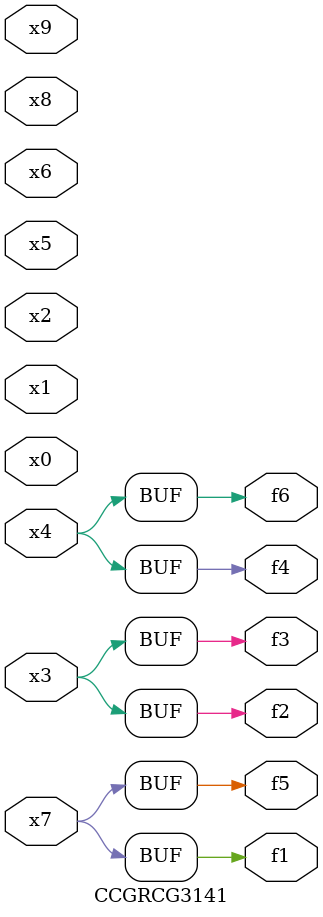
<source format=v>
module CCGRCG3141(
	input x0, x1, x2, x3, x4, x5, x6, x7, x8, x9,
	output f1, f2, f3, f4, f5, f6
);
	assign f1 = x7;
	assign f2 = x3;
	assign f3 = x3;
	assign f4 = x4;
	assign f5 = x7;
	assign f6 = x4;
endmodule

</source>
